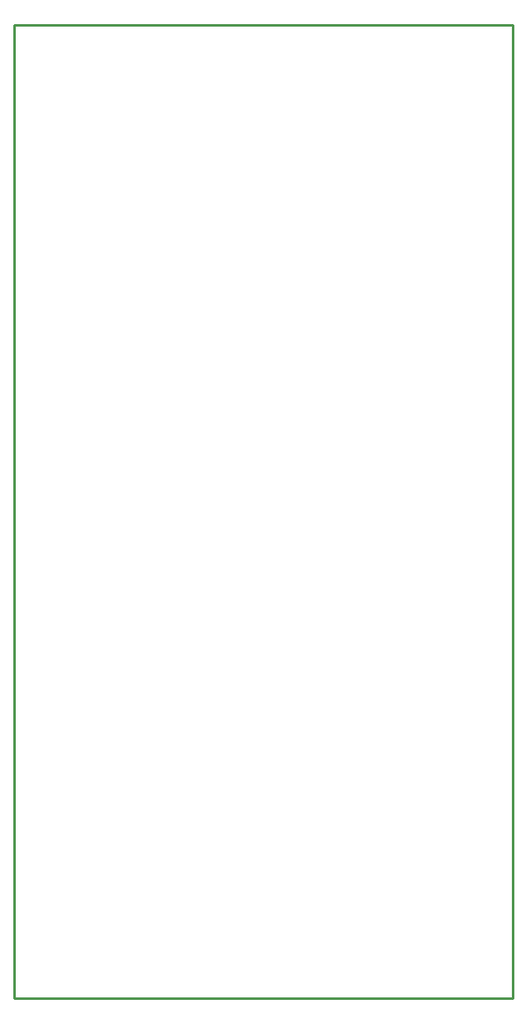
<source format=gbr>
G04 EAGLE Gerber RS-274X export*
G75*
%MOMM*%
%FSLAX34Y34*%
%LPD*%
%IN*%
%IPPOS*%
%AMOC8*
5,1,8,0,0,1.08239X$1,22.5*%
G01*
%ADD10C,0.254000*%


D10*
X0Y0D02*
X508000Y0D01*
X508000Y990600D01*
X0Y990600D01*
X0Y0D01*
M02*

</source>
